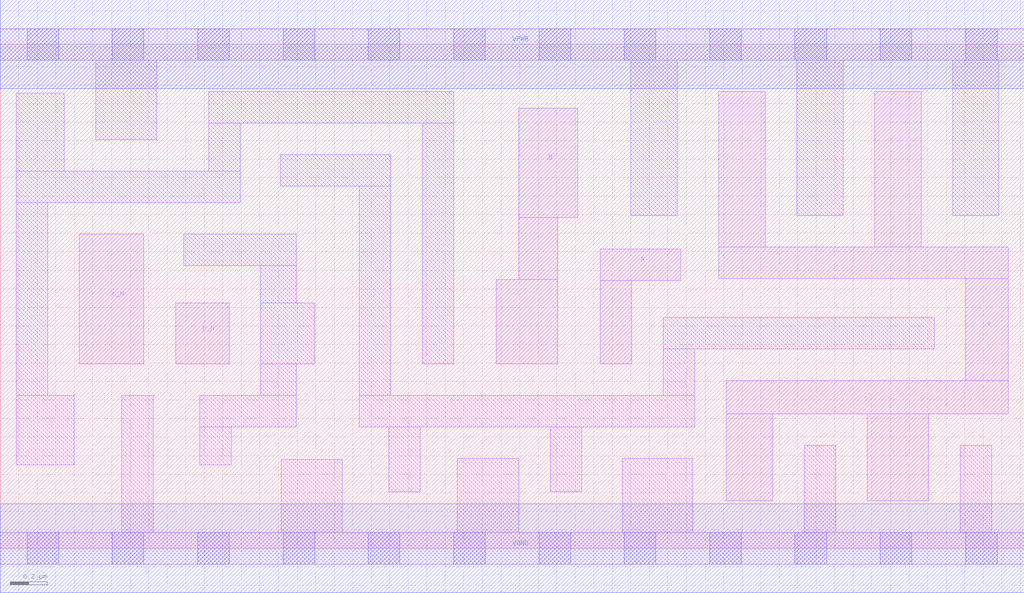
<source format=lef>
# Copyright 2020 The SkyWater PDK Authors
#
# Licensed under the Apache License, Version 2.0 (the "License");
# you may not use this file except in compliance with the License.
# You may obtain a copy of the License at
#
#     https://www.apache.org/licenses/LICENSE-2.0
#
# Unless required by applicable law or agreed to in writing, software
# distributed under the License is distributed on an "AS IS" BASIS,
# WITHOUT WARRANTIES OR CONDITIONS OF ANY KIND, either express or implied.
# See the License for the specific language governing permissions and
# limitations under the License.
#
# SPDX-License-Identifier: Apache-2.0

VERSION 5.7 ;
  NOWIREEXTENSIONATPIN ON ;
  DIVIDERCHAR "/" ;
  BUSBITCHARS "[]" ;
UNITS
  DATABASE MICRONS 200 ;
END UNITS
MACRO sky130_fd_sc_hd__or4bb_4
  CLASS CORE ;
  FOREIGN sky130_fd_sc_hd__or4bb_4 ;
  ORIGIN  0.000000  0.000000 ;
  SIZE  5.520000 BY  2.720000 ;
  SYMMETRY X Y R90 ;
  SITE unithd ;
  PIN A
    ANTENNAGATEAREA  0.247500 ;
    DIRECTION INPUT ;
    USE SIGNAL ;
    PORT
      LAYER li1 ;
        RECT 3.235000 0.995000 3.405000 1.445000 ;
        RECT 3.235000 1.445000 3.670000 1.615000 ;
    END
  END A
  PIN B
    ANTENNAGATEAREA  0.247500 ;
    DIRECTION INPUT ;
    USE SIGNAL ;
    PORT
      LAYER li1 ;
        RECT 2.675000 0.995000 3.005000 1.450000 ;
        RECT 2.795000 1.450000 3.005000 1.785000 ;
        RECT 2.795000 1.785000 3.115000 2.375000 ;
    END
  END B
  PIN C_N
    ANTENNAGATEAREA  0.126000 ;
    DIRECTION INPUT ;
    USE SIGNAL ;
    PORT
      LAYER li1 ;
        RECT 0.425000 0.995000 0.775000 1.695000 ;
    END
  END C_N
  PIN D_N
    ANTENNAGATEAREA  0.126000 ;
    DIRECTION INPUT ;
    USE SIGNAL ;
    PORT
      LAYER li1 ;
        RECT 0.945000 0.995000 1.235000 1.325000 ;
    END
  END D_N
  PIN X
    ANTENNADIFFAREA  0.891000 ;
    DIRECTION OUTPUT ;
    USE SIGNAL ;
    PORT
      LAYER li1 ;
        RECT 3.875000 1.455000 5.435000 1.625000 ;
        RECT 3.875000 1.625000 4.125000 2.465000 ;
        RECT 3.915000 0.255000 4.165000 0.725000 ;
        RECT 3.915000 0.725000 5.435000 0.905000 ;
        RECT 4.675000 0.255000 5.005000 0.725000 ;
        RECT 4.715000 1.625000 4.965000 2.465000 ;
        RECT 5.205000 0.905000 5.435000 1.455000 ;
    END
  END X
  PIN VGND
    DIRECTION INOUT ;
    SHAPE ABUTMENT ;
    USE GROUND ;
    PORT
      LAYER met1 ;
        RECT 0.000000 -0.240000 5.520000 0.240000 ;
    END
  END VGND
  PIN VPWR
    DIRECTION INOUT ;
    SHAPE ABUTMENT ;
    USE POWER ;
    PORT
      LAYER met1 ;
        RECT 0.000000 2.480000 5.520000 2.960000 ;
    END
  END VPWR
  OBS
    LAYER li1 ;
      RECT 0.000000 -0.085000 5.520000 0.085000 ;
      RECT 0.000000  2.635000 5.520000 2.805000 ;
      RECT 0.085000  0.450000 0.400000 0.825000 ;
      RECT 0.085000  0.825000 0.255000 1.865000 ;
      RECT 0.085000  1.865000 1.295000 2.035000 ;
      RECT 0.085000  2.035000 0.345000 2.455000 ;
      RECT 0.515000  2.205000 0.845000 2.635000 ;
      RECT 0.655000  0.085000 0.825000 0.825000 ;
      RECT 0.990000  1.525000 1.595000 1.695000 ;
      RECT 1.075000  0.450000 1.245000 0.655000 ;
      RECT 1.075000  0.655000 1.595000 0.825000 ;
      RECT 1.125000  2.035000 1.295000 2.295000 ;
      RECT 1.125000  2.295000 2.445000 2.465000 ;
      RECT 1.405000  0.825000 1.595000 0.995000 ;
      RECT 1.405000  0.995000 1.695000 1.325000 ;
      RECT 1.405000  1.325000 1.595000 1.525000 ;
      RECT 1.510000  1.955000 2.105000 2.125000 ;
      RECT 1.515000  0.085000 1.845000 0.480000 ;
      RECT 1.935000  0.655000 3.745000 0.825000 ;
      RECT 1.935000  0.825000 2.105000 1.955000 ;
      RECT 2.095000  0.305000 2.265000 0.655000 ;
      RECT 2.275000  0.995000 2.445000 2.295000 ;
      RECT 2.465000  0.085000 2.795000 0.485000 ;
      RECT 2.965000  0.305000 3.135000 0.655000 ;
      RECT 3.355000  0.085000 3.735000 0.485000 ;
      RECT 3.400000  1.795000 3.650000 2.635000 ;
      RECT 3.575000  0.825000 3.745000 1.075000 ;
      RECT 3.575000  1.075000 5.035000 1.245000 ;
      RECT 4.295000  1.795000 4.545000 2.635000 ;
      RECT 4.335000  0.085000 4.505000 0.555000 ;
      RECT 5.135000  1.795000 5.385000 2.635000 ;
      RECT 5.175000  0.085000 5.345000 0.555000 ;
    LAYER mcon ;
      RECT 0.145000 -0.085000 0.315000 0.085000 ;
      RECT 0.145000  2.635000 0.315000 2.805000 ;
      RECT 0.605000 -0.085000 0.775000 0.085000 ;
      RECT 0.605000  2.635000 0.775000 2.805000 ;
      RECT 1.065000 -0.085000 1.235000 0.085000 ;
      RECT 1.065000  2.635000 1.235000 2.805000 ;
      RECT 1.525000 -0.085000 1.695000 0.085000 ;
      RECT 1.525000  2.635000 1.695000 2.805000 ;
      RECT 1.985000 -0.085000 2.155000 0.085000 ;
      RECT 1.985000  2.635000 2.155000 2.805000 ;
      RECT 2.445000 -0.085000 2.615000 0.085000 ;
      RECT 2.445000  2.635000 2.615000 2.805000 ;
      RECT 2.905000 -0.085000 3.075000 0.085000 ;
      RECT 2.905000  2.635000 3.075000 2.805000 ;
      RECT 3.365000 -0.085000 3.535000 0.085000 ;
      RECT 3.365000  2.635000 3.535000 2.805000 ;
      RECT 3.825000 -0.085000 3.995000 0.085000 ;
      RECT 3.825000  2.635000 3.995000 2.805000 ;
      RECT 4.285000 -0.085000 4.455000 0.085000 ;
      RECT 4.285000  2.635000 4.455000 2.805000 ;
      RECT 4.745000 -0.085000 4.915000 0.085000 ;
      RECT 4.745000  2.635000 4.915000 2.805000 ;
      RECT 5.205000 -0.085000 5.375000 0.085000 ;
      RECT 5.205000  2.635000 5.375000 2.805000 ;
  END
END sky130_fd_sc_hd__or4bb_4
END LIBRARY

</source>
